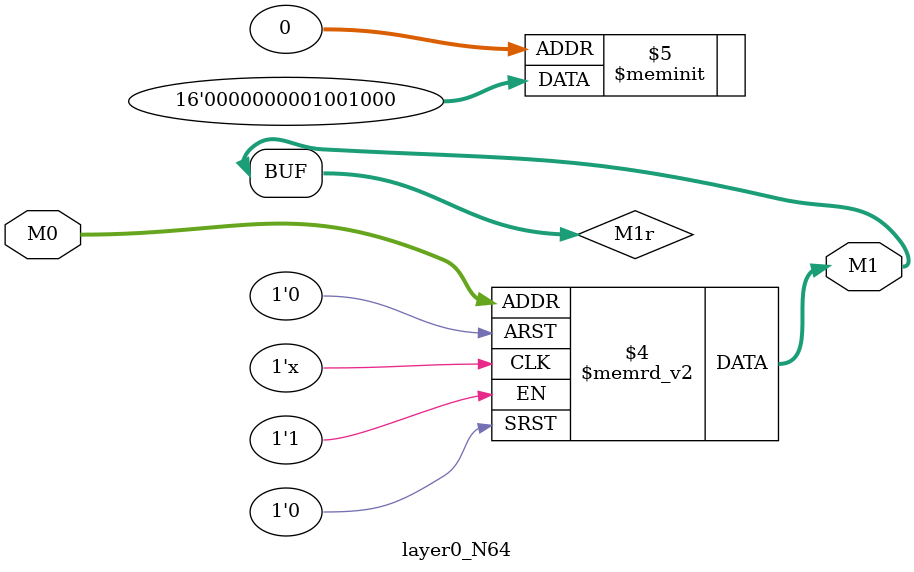
<source format=v>
module layer0_N64 ( input [2:0] M0, output [1:0] M1 );

	(*rom_style = "distributed" *) reg [1:0] M1r;
	assign M1 = M1r;
	always @ (M0) begin
		case (M0)
			3'b000: M1r = 2'b00;
			3'b100: M1r = 2'b00;
			3'b010: M1r = 2'b00;
			3'b110: M1r = 2'b00;
			3'b001: M1r = 2'b10;
			3'b101: M1r = 2'b00;
			3'b011: M1r = 2'b01;
			3'b111: M1r = 2'b00;

		endcase
	end
endmodule

</source>
